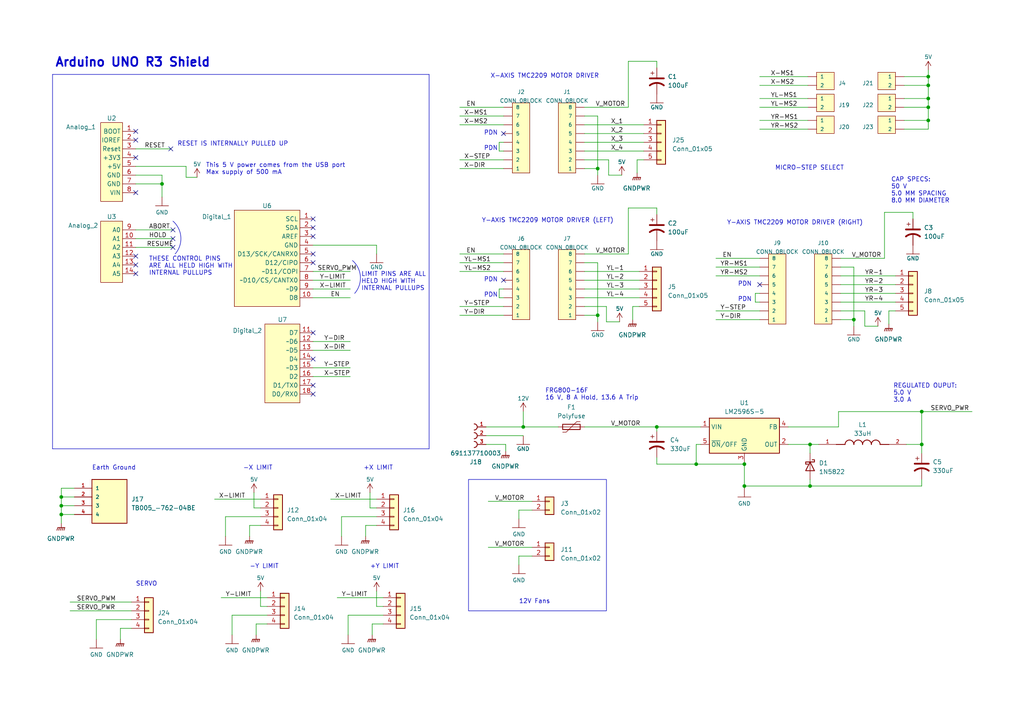
<source format=kicad_sch>
(kicad_sch (version 20230121) (generator eeschema)
  (paper "A4")
  (title_block (title "Pen Plotter Arduino Shield") (date "2023-07-13") (rev "1.0") (company "MStackoverflow"))
  (lib_symbols
    (symbol "691137710003:691137710003" (pin_names (offset 1.016))
      (property "Reference" "J" (at -5.08 3.81 0))
      (property "Value" "691137710003" (at -5.08 -6.35 0))
      (symbol "691137710003_0_0"
        (arc (start -4.191 -1.651) (mid -5.0762 -2.54) (end -4.191 -3.429) (stroke (width 0.254)))
        (arc (start -4.191 0.889) (mid -5.0762 0) (end -4.191 -0.889) (stroke (width 0.254)))
        (arc (start -4.191 3.429) (mid -5.0762 2.54) (end -4.191 1.651) (stroke (width 0.254)))
        (pin passive line (at -7.62 2.54 0) (length 2.54) (name "~") (number "1"))
        (pin passive line (at -7.62 0 0) (length 2.54) (name "~") (number "2"))
        (pin passive line (at -7.62 -2.54 0) (length 2.54) (name "~") (number "3"))
      )
    )
    (symbol "AIUR-06-330K:AIUR-06-330K" (pin_names (offset 1.016))
      (property "Reference" "L" (at -10.16 7.62 0))
      (property "Value" "AIUR-06-330K" (at -10.16 5.08 0))
      (symbol "AIUR-06-330K_0_0"
        (arc (start -2.54 0) (mid -3.81 1.2645) (end -5.08 0) (stroke (width 0.254)))
        (arc (start 0 0) (mid -1.27 1.2645) (end -2.54 0) (stroke (width 0.254)))
        (polyline (pts (xy -5.08 0) (xy -7.62 0)) (stroke (width 0.254)))
        (polyline (pts (xy 5.08 0) (xy 7.62 0)) (stroke (width 0.254)))
        (arc (start 2.54 0) (mid 1.27 1.2645) (end 0 0) (stroke (width 0.254)))
        (arc (start 5.08 0) (mid 3.81 1.2645) (end 2.54 0) (stroke (width 0.254)))
        (pin passive line (at -12.7 0 0) (length 5.08) (name "~") (number "1"))
        (pin passive line (at 12.7 0 180) (length 5.08) (name "~") (number "2"))
      )
    )
    (symbol "Connector_Arduino:Arduino_Header_Analog_1"
      (property "Reference" "U" (at -5.08 6.35 0))
      (property "Value" "Arduino_Header_Analog_1" (at -2.54 8.89 0))
      (symbol "Arduino_Header_Analog_1_0_1"
        (rectangle (start -6.35 5.08) (end 0 -17.78) (fill (type background)))
      )
      (symbol "Arduino_Header_Analog_1_1_1"
        (pin input line (at 3.81 2.54 180) (length 3.81) (name "BOOT") (number "1"))
        (pin power_out line (at 3.81 0 180) (length 3.81) (name "IOREF") (number "2"))
        (pin input line (at 3.81 -2.54 180) (length 3.81) (name "Reset") (number "3"))
        (pin power_out line (at 3.81 -5.08 180) (length 3.81) (name "+3V3") (number "4"))
        (pin power_out line (at 3.81 -7.62 180) (length 3.81) (name "+5V") (number "5"))
        (pin power_out line (at 3.81 -10.16 180) (length 3.81) (name "GND") (number "6"))
        (pin power_out line (at 3.81 -12.7 180) (length 3.81) (name "GND") (number "7"))
        (pin power_out line (at 3.81 -15.24 180) (length 3.81) (name "VIN") (number "8"))
      )
    )
    (symbol "Connector_Arduino:Arduino_Header_Analog_2"
      (property "Reference" "U" (at -5.08 6.35 0))
      (property "Value" "Arduino_Header_Analog_2" (at -2.54 8.89 0))
      (symbol "Arduino_Header_Analog_2_0_1"
        (rectangle (start -6.35 5.08) (end 0 -12.7) (fill (type background)))
      )
      (symbol "Arduino_Header_Analog_2_1_1"
        (pin bidirectional line (at 3.81 0 180) (length 3.81) (name "A1") (number "10"))
        (pin bidirectional line (at 3.81 -2.54 180) (length 3.81) (name "A2") (number "11"))
        (pin bidirectional line (at 3.81 -5.08 180) (length 3.81) (name "A3") (number "12"))
        (pin bidirectional line (at 3.81 -7.62 180) (length 3.81) (name "A4") (number "13"))
        (pin bidirectional line (at 3.81 -10.16 180) (length 3.81) (name "A5") (number "14"))
        (pin bidirectional line (at 3.81 2.54 180) (length 3.81) (name "A0") (number "9"))
      )
    )
    (symbol "Connector_Arduino:Arduino_Header_Digital_1"
      (property "Reference" "U" (at -5.08 6.35 0))
      (property "Value" "Arduino_Header_Digital_1" (at -2.54 8.89 0))
      (symbol "Arduino_Header_Digital_1_0_1"
        (rectangle (start -19.05 5.08) (end 0 -22.86) (fill (type background)))
      )
      (symbol "Arduino_Header_Digital_1_1_1"
        (pin bidirectional line (at 3.81 2.54 180) (length 3.81) (name "SCL") (number "1"))
        (pin bidirectional line (at 3.81 -20.32 180) (length 3.81) (name "D8") (number "10"))
        (pin bidirectional line (at 3.81 0 180) (length 3.81) (name "SDA") (number "2"))
        (pin output line (at 3.81 -2.54 180) (length 3.81) (name "AREF") (number "3"))
        (pin power_out line (at 3.81 -5.08 180) (length 3.81) (name "GND") (number "4"))
        (pin bidirectional line (at 3.81 -7.62 180) (length 3.81) (name "D13/SCK/CANRX0") (number "5"))
        (pin bidirectional line (at 3.81 -10.16 180) (length 3.81) (name "D12/CIPO") (number "6"))
        (pin bidirectional line (at 3.81 -12.7 180) (length 3.81) (name "~D11/COPI") (number "7"))
        (pin bidirectional line (at 3.81 -15.24 180) (length 3.81) (name "~D10/CS/CANTX0") (number "8"))
        (pin bidirectional line (at 3.81 -17.78 180) (length 3.81) (name "~D9") (number "9"))
      )
    )
    (symbol "Connector_Arduino:Arduino_Header_Digital_2"
      (property "Reference" "U" (at -5.08 6.35 0))
      (property "Value" "Arduino_Header_Digital_2" (at -2.54 8.89 0))
      (symbol "Arduino_Header_Digital_2_0_1"
        (rectangle (start -10.16 5.08) (end 0 -17.78) (fill (type background)))
      )
      (symbol "Arduino_Header_Digital_2_1_1"
        (pin bidirectional line (at 3.81 2.54 180) (length 3.81) (name "D7") (number "11"))
        (pin bidirectional line (at 3.81 0 180) (length 3.81) (name "~D6") (number "12"))
        (pin bidirectional line (at 3.81 -2.54 180) (length 3.81) (name "~D5") (number "13"))
        (pin bidirectional line (at 3.81 -5.08 180) (length 3.81) (name "D4") (number "14"))
        (pin bidirectional line (at 3.81 -7.62 180) (length 3.81) (name "~D3") (number "15"))
        (pin bidirectional line (at 3.81 -10.16 180) (length 3.81) (name "D2") (number "16"))
        (pin bidirectional line (at 3.81 -12.7 180) (length 3.81) (name "D1/TX0") (number "17"))
        (pin bidirectional line (at 3.81 -15.24 180) (length 3.81) (name "D0/RX0") (number "18"))
      )
    )
    (symbol "Connector_Generic:Conn_01x02" (pin_names (offset 1.016) hide)
      (property "Reference" "J" (at 0 2.54 0))
      (property "Value" "Conn_01x02" (at 0 -5.08 0))
      (symbol "Conn_01x02_1_1"
        (rectangle (start -1.27 -2.413) (end 0 -2.667) (stroke (width 0.1524)))
        (rectangle (start -1.27 0.127) (end 0 -0.127) (stroke (width 0.1524)))
        (rectangle (start -1.27 1.27) (end 1.27 -3.81) (stroke (width 0.254)) (fill (type background)))
        (pin passive line (at -5.08 0 0) (length 3.81) (name "Pin_1") (number "1"))
        (pin passive line (at -5.08 -2.54 0) (length 3.81) (name "Pin_2") (number "2"))
      )
    )
    (symbol "Connector_Generic:Conn_01x04" (pin_names (offset 1.016) hide)
      (property "Reference" "J" (at 0 5.08 0))
      (property "Value" "Conn_01x04" (at 0 -7.62 0))
      (symbol "Conn_01x04_1_1"
        (rectangle (start -1.27 -4.953) (end 0 -5.207) (stroke (width 0.1524)))
        (rectangle (start -1.27 -2.413) (end 0 -2.667) (stroke (width 0.1524)))
        (rectangle (start -1.27 0.127) (end 0 -0.127) (stroke (width 0.1524)))
        (rectangle (start -1.27 2.667) (end 0 2.413) (stroke (width 0.1524)))
        (rectangle (start -1.27 3.81) (end 1.27 -6.35) (stroke (width 0.254)) (fill (type background)))
        (pin passive line (at -5.08 2.54 0) (length 3.81) (name "Pin_1") (number "1"))
        (pin passive line (at -5.08 0 0) (length 3.81) (name "Pin_2") (number "2"))
        (pin passive line (at -5.08 -2.54 0) (length 3.81) (name "Pin_3") (number "3"))
        (pin passive line (at -5.08 -5.08 0) (length 3.81) (name "Pin_4") (number "4"))
      )
    )
    (symbol "Connector_Generic:Conn_01x05" (pin_names (offset 1.016) hide)
      (property "Reference" "J" (at 0 7.62 0))
      (property "Value" "Conn_01x05" (at 0 -7.62 0))
      (symbol "Conn_01x05_1_1"
        (rectangle (start -1.27 -4.953) (end 0 -5.207) (stroke (width 0.1524)))
        (rectangle (start -1.27 -2.413) (end 0 -2.667) (stroke (width 0.1524)))
        (rectangle (start -1.27 0.127) (end 0 -0.127) (stroke (width 0.1524)))
        (rectangle (start -1.27 2.667) (end 0 2.413) (stroke (width 0.1524)))
        (rectangle (start -1.27 5.207) (end 0 4.953) (stroke (width 0.1524)))
        (rectangle (start -1.27 6.35) (end 1.27 -6.35) (stroke (width 0.254)) (fill (type background)))
        (pin passive line (at -5.08 5.08 0) (length 3.81) (name "Pin_1") (number "1"))
        (pin passive line (at -5.08 2.54 0) (length 3.81) (name "Pin_2") (number "2"))
        (pin passive line (at -5.08 0 0) (length 3.81) (name "Pin_3") (number "3"))
        (pin passive line (at -5.08 -2.54 0) (length 3.81) (name "Pin_4") (number "4"))
        (pin passive line (at -5.08 -5.08 0) (length 3.81) (name "Pin_5") (number "5"))
      )
    )
    (symbol "Device:C_Polarized_US" (pin_numbers hide) (pin_names (offset 0.254) hide)
      (property "Reference" "C" (at 0.635 2.54 0))
      (property "Value" "C_Polarized_US" (at 0.635 -2.54 0))
      (symbol "C_Polarized_US_0_1"
        (polyline (pts (xy -2.032 0.762) (xy 2.032 0.762)) (stroke (width 0.508)))
        (polyline (pts (xy -1.778 2.286) (xy -0.762 2.286)))
        (polyline (pts (xy -1.27 1.778) (xy -1.27 2.794)))
        (arc (start 2.032 -1.27) (mid 0 -0.5572) (end -2.032 -1.27) (stroke (width 0.508)))
      )
      (symbol "C_Polarized_US_1_1"
        (pin passive line (at 0 3.81 270) (length 2.794) (name "~") (number "1"))
        (pin passive line (at 0 -3.81 90) (length 3.302) (name "~") (number "2"))
      )
    )
    (symbol "Device:Polyfuse" (pin_numbers hide) (pin_names (offset 0))
      (property "Reference" "F" (at -2.54 0 90))
      (property "Value" "Polyfuse" (at 2.54 0 90))
      (symbol "Polyfuse_0_1"
        (rectangle (start -0.762 2.54) (end 0.762 -2.54) (stroke (width 0.254)))
        (polyline (pts (xy 0 2.54) (xy 0 -2.54)))
        (polyline (pts (xy -1.524 2.54) (xy -1.524 1.524) (xy 1.524 -1.524) (xy 1.524 -2.54)))
      )
      (symbol "Polyfuse_1_1"
        (pin passive line (at 0 3.81 270) (length 1.27) (name "~") (number "1"))
        (pin passive line (at 0 -3.81 90) (length 1.27) (name "~") (number "2"))
      )
    )
    (symbol "Diode:1N5822" (pin_numbers hide) (pin_names (offset 1.016) hide)
      (property "Reference" "D" (at 0 2.54 0))
      (property "Value" "1N5822" (at 0 -2.54 0))
      (symbol "1N5822_0_1"
        (polyline (pts (xy 1.27 0) (xy -1.27 0)))
        (polyline (pts (xy 1.27 1.27) (xy 1.27 -1.27) (xy -1.27 0) (xy 1.27 1.27)) (stroke (width 0.254)))
        (polyline (pts (xy -1.905 0.635) (xy -1.905 1.27) (xy -1.27 1.27) (xy -1.27 -1.27) (xy -0.635 -1.27) (xy -0.635 -0.635)) (stroke (width 0.254)))
      )
      (symbol "1N5822_1_1"
        (pin passive line (at -3.81 0 0) (length 2.54) (name "K") (number "1"))
        (pin passive line (at 3.81 0 180) (length 2.54) (name "A") (number "2"))
      )
    )
    (symbol "Regulator_Switching:LM2596S-5"
      (property "Reference" "U" (at -10.16 6.35 0))
      (property "Value" "LM2596S-5" (at 0 6.35 0))
      (symbol "LM2596S-5_0_1"
        (rectangle (start -10.16 5.08) (end 10.16 -5.08) (stroke (width 0.254)) (fill (type background)))
      )
      (symbol "LM2596S-5_1_1"
        (pin power_in line (at -12.7 2.54 0) (length 2.54) (name "VIN") (number "1"))
        (pin output line (at 12.7 -2.54 180) (length 2.54) (name "OUT") (number "2"))
        (pin power_in line (at 0 -7.62 90) (length 2.54) (name "GND") (number "3"))
        (pin input line (at 12.7 2.54 180) (length 2.54) (name "FB") (number "4"))
        (pin input line (at -12.7 -2.54 0) (length 2.54) (name "~{ON}/OFF") (number "5"))
      )
    )
    (symbol "SparkFun-Connectors:CONN_02LOCK" (pin_numbers hide) (pin_names (offset 1.016))
      (property "Reference" "J" (at -5.08 5.08 0))
      (property "Value" "CONN_02LOCK" (at -5.08 -3.81 0))
      (property "Field4" "XXX-00000" (at 0 8.89 0))
      (symbol "CONN_02LOCK_1_0"
        (rectangle (start 0 -1.27) (end -5.08 3.81) (fill (type background)))
      )
      (symbol "CONN_02LOCK_1_1"
        (pin passive line (at 2.54 0 180) (length 2.54) (name "1") (number "1"))
        (pin passive line (at 2.54 2.54 180) (length 2.54) (name "2") (number "2"))
      )
    )
    (symbol "SparkFun-Connectors:CONN_08LOCK" (pin_numbers hide) (pin_names (offset 1.016))
      (property "Reference" "J" (at -5.08 20.32 0))
      (property "Value" "CONN_08LOCK" (at -5.08 -3.81 0))
      (property "Field4" "XXX-00000" (at 0 24.13 0))
      (symbol "CONN_08LOCK_0_1"
        (rectangle (start 0 -1.27) (end -5.08 19.05) (fill (type background)))
      )
      (symbol "CONN_08LOCK_1_1"
        (pin passive line (at 2.54 0 180) (length 2.54) (name "1") (number "1"))
        (pin passive line (at 2.54 2.54 180) (length 2.54) (name "2") (number "2"))
        (pin passive line (at 2.54 5.08 180) (length 2.54) (name "3") (number "3"))
        (pin passive line (at 2.54 7.62 180) (length 2.54) (name "4") (number "4"))
        (pin passive line (at 2.54 10.16 180) (length 2.54) (name "5") (number "5"))
        (pin passive line (at 2.54 12.7 180) (length 2.54) (name "6") (number "6"))
        (pin passive line (at 2.54 15.24 180) (length 2.54) (name "7") (number "7"))
        (pin passive line (at 2.54 17.78 180) (length 2.54) (name "8") (number "8"))
      )
    )
    (symbol "SparkFun-PowerSymbols:12V" (power) (pin_numbers hide) (pin_names (offset 1.016) hide)
      (property "Value" "12V" (at -1.27 3.81 0))
      (property "Footprint" "XXX-00000" (at 0 6.35 0))
      (symbol "12V_1_0"
        (polyline (pts (xy 0 0) (xy 0 2.54)))
        (polyline (pts (xy 0 2.54) (xy -0.762 1.27)))
        (polyline (pts (xy 0.762 1.27) (xy 0 2.54)))
      )
      (symbol "12V_1_1"
        (pin power_in line (at 0 0 90) (length 0) hide (name "12V") (number "~"))
      )
    )
    (symbol "SparkFun-PowerSymbols:5V" (power) (pin_numbers hide) (pin_names (offset 1.016) hide)
      (property "Value" "5V" (at -1.27 3.81 0))
      (property "Footprint" "XXX-00000" (at 0 7.62 0))
      (symbol "5V_1_0"
        (polyline (pts (xy 0 0) (xy 0 2.54)))
        (polyline (pts (xy 0 2.54) (xy -0.762 1.27)))
        (polyline (pts (xy 0.762 1.27) (xy 0 2.54)))
      )
      (symbol "5V_1_1"
        (pin power_in line (at 0 0 90) (length 0) hide (name "5V") (number "~"))
      )
    )
    (symbol "SparkFun-PowerSymbols:GND" (power) (pin_numbers hide) (pin_names (offset 1.016) hide)
      (property "Value" "GND" (at -1.778 -5.08 0))
      (symbol "GND_1_0"
        (polyline (pts (xy -1.905 -2.54) (xy 1.905 -2.54)))
        (polyline (pts (xy 0 0) (xy 0 -2.54)))
      )
      (symbol "GND_1_1"
        (pin power_in line (at 0 0 270) (length 0) hide (name "GND") (number "~"))
      )
    )
    (symbol "TB005_-762-04BE:TB005_-762-04BE" (pin_names (offset 1.016))
      (property "Reference" "J" (at -5.58 7.62 0))
      (property "Value" "TB005_-762-04BE" (at -5.08 -7.62 0))
      (symbol "TB005_-762-04BE_0_0"
        (rectangle (start -5.08 -5.08) (end 5.08 7.62) (stroke (width 0.254)) (fill (type background)))
        (pin passive line (at -10.16 5.08 0) (length 5.08) (name "1") (number "1"))
        (pin passive line (at -10.16 2.54 0) (length 5.08) (name "2") (number "2"))
        (pin passive line (at -10.16 0 0) (length 5.08) (name "3") (number "3"))
        (pin passive line (at -10.16 -2.54 0) (length 5.08) (name "4") (number "4"))
      )
    )
    (symbol "power:GNDPWR" (power) (pin_names (offset 0))
      (property "Value" "GNDPWR" (at 0 -3.302 0))
      (symbol "GNDPWR_0_1"
        (polyline (pts (xy 0 -1.27) (xy 0 0)))
        (polyline (pts (xy -1.016 -1.27) (xy -1.27 -2.032) (xy -1.27 -2.032)) (stroke (width 0.2032)))
        (polyline (pts (xy -0.508 -1.27) (xy -0.762 -2.032) (xy -0.762 -2.032)) (stroke (width 0.2032)))
        (polyline (pts (xy 0 -1.27) (xy -0.254 -2.032) (xy -0.254 -2.032)) (stroke (width 0.2032)))
        (polyline (pts (xy 0.508 -1.27) (xy 0.254 -2.032) (xy 0.254 -2.032)) (stroke (width 0.2032)))
        (polyline (pts (xy 1.016 -1.27) (xy -1.016 -1.27) (xy -1.016 -1.27)) (stroke (width 0.2032)))
        (polyline (pts (xy 1.016 -1.27) (xy 0.762 -2.032) (xy 0.762 -2.032) (xy 0.762 -2.032)) (stroke (width 0.2032)))
      )
      (symbol "GNDPWR_1_1"
        (pin power_in line (at 0 0 270) (length 0) hide (name "GNDPWR") (number "1"))
      )
    )
  )
  (junction (at 151.765 123.825))
  (junction (at 267.335 119.38))
  (junction (at 173.355 91.44))
  (junction (at 269.24 31.115))
  (junction (at 215.9 134.62))
  (junction (at 215.9 140.97))
  (junction (at 269.24 28.575))
  (junction (at 234.95 140.97))
  (junction (at 17.78 146.685))
  (junction (at 267.335 128.905))
  (junction (at 190.5 123.825))
  (junction (at 17.78 144.145))
  (junction (at 234.95 128.905))
  (junction (at 173.355 48.895))
  (junction (at 269.24 24.765))
  (junction (at 46.99 53.34))
  (junction (at 269.24 34.925))
  (junction (at 17.78 149.225))
  (junction (at 269.24 22.225))
  (junction (at 247.65 92.71))
  (junction (at 201.93 134.62))
  (no_connect (at 50.165 71.755))
  (no_connect (at 90.805 104.14))
  (no_connect (at 90.805 66.04))
  (no_connect (at 50.165 66.675))
  (no_connect (at 39.37 40.64))
  (no_connect (at 39.37 45.72))
  (no_connect (at 220.345 82.55))
  (no_connect (at 90.805 63.5))
  (no_connect (at 146.05 38.735))
  (no_connect (at 90.805 68.58))
  (no_connect (at 90.805 111.76))
  (no_connect (at 39.37 79.375))
  (no_connect (at 90.805 76.2))
  (no_connect (at 39.37 74.295))
  (no_connect (at 90.805 73.66))
  (no_connect (at 39.37 55.88))
  (no_connect (at 50.165 69.215))
  (no_connect (at 49.53 43.18))
  (no_connect (at 90.805 114.3))
  (no_connect (at 146.05 81.28))
  (no_connect (at 39.37 76.835))
  (no_connect (at 90.805 96.52))
  (no_connect (at 39.37 38.1))
  (wire (pts (xy 184.785 46.355) (xy 184.785 50.165)))
  (polyline (pts (xy 15.24 21.59) (xy 124.46 21.59)))
  (wire (pts (xy 146.05 41.275) (xy 144.78 41.275)))
  (wire (pts (xy 169.545 36.195) (xy 186.69 36.195)))
  (wire (pts (xy 97.79 173.355) (xy 111.125 173.355)))
  (wire (pts (xy 133.35 73.66) (xy 146.05 73.66)))
  (wire (pts (xy 39.37 69.215) (xy 50.165 69.215)))
  (wire (pts (xy 243.205 119.38) (xy 267.335 119.38)))
  (wire (pts (xy 190.5 62.23) (xy 190.5 60.325)))
  (wire (pts (xy 17.78 144.145) (xy 21.59 144.145)))
  (wire (pts (xy 57.15 51.435) (xy 53.975 51.435)))
  (wire (pts (xy 234.95 140.97) (xy 215.9 140.97)))
  (wire (pts (xy 144.78 86.36) (xy 146.05 86.36)))
  (wire (pts (xy 220.345 24.765) (xy 234.315 24.765)))
  (wire (pts (xy 144.78 41.275) (xy 144.78 43.815)))
  (wire (pts (xy 256.54 61.595) (xy 256.54 74.93)))
  (wire (pts (xy 254.635 94.615) (xy 250.825 94.615)))
  (wire (pts (xy 262.255 28.575) (xy 269.24 28.575)))
  (wire (pts (xy 215.9 134.62) (xy 215.9 140.97)))
  (wire (pts (xy 176.53 46.355) (xy 176.53 50.8)))
  (wire (pts (xy 185.42 88.9) (xy 183.515 88.9)))
  (wire (pts (xy 20.32 177.165) (xy 38.1 177.165)))
  (wire (pts (xy 190.5 123.825) (xy 203.2 123.825)))
  (wire (pts (xy 243.84 92.71) (xy 247.65 92.71)))
  (wire (pts (xy 269.24 22.225) (xy 269.24 24.765)))
  (wire (pts (xy 220.345 31.115) (xy 234.315 31.115)))
  (wire (pts (xy 144.78 43.815) (xy 146.05 43.815)))
  (wire (pts (xy 219.075 87.63) (xy 220.345 87.63)))
  (wire (pts (xy 17.78 149.225) (xy 21.59 149.225)))
  (wire (pts (xy 267.335 128.905) (xy 267.335 131.445)))
  (wire (pts (xy 207.645 80.01) (xy 220.345 80.01)))
  (wire (pts (xy 133.35 46.355) (xy 146.05 46.355)))
  (wire (pts (xy 90.805 86.36) (xy 101.6 86.36)))
  (wire (pts (xy 203.2 128.905) (xy 201.93 128.905)))
  (wire (pts (xy 169.545 43.815) (xy 186.69 43.815)))
  (wire (pts (xy 46.99 50.8) (xy 46.99 53.34)))
  (wire (pts (xy 99.06 149.86) (xy 109.22 149.86)))
  (wire (pts (xy 77.47 175.895) (xy 75.565 175.895)))
  (wire (pts (xy 243.84 90.17) (xy 250.825 90.17)))
  (wire (pts (xy 173.355 48.895) (xy 173.355 50.8)))
  (wire (pts (xy 269.24 31.115) (xy 269.24 34.925)))
  (wire (pts (xy 100.965 178.435) (xy 111.125 178.435)))
  (wire (pts (xy 140.97 126.365) (xy 151.765 126.365)))
  (wire (pts (xy 133.35 91.44) (xy 146.05 91.44)))
  (wire (pts (xy 219.075 85.09) (xy 219.075 87.63)))
  (wire (pts (xy 169.545 46.355) (xy 176.53 46.355)))
  (wire (pts (xy 169.545 78.74) (xy 185.42 78.74)))
  (wire (pts (xy 234.95 128.905) (xy 234.95 131.445)))
  (wire (pts (xy 133.35 36.195) (xy 146.05 36.195)))
  (wire (pts (xy 215.9 133.985) (xy 215.9 134.62)))
  (wire (pts (xy 220.345 34.925) (xy 234.315 34.925)))
  (wire (pts (xy 220.345 28.575) (xy 234.315 28.575)))
  (wire (pts (xy 269.24 24.765) (xy 262.255 24.765)))
  (wire (pts (xy 75.565 175.895) (xy 75.565 171.45)))
  (wire (pts (xy 100.965 184.15) (xy 100.965 178.435)))
  (wire (pts (xy 90.805 106.68) (xy 101.6 106.68)))
  (wire (pts (xy 228.6 123.825) (xy 243.205 123.825)))
  (wire (pts (xy 144.78 83.82) (xy 144.78 86.36)))
  (polyline (pts (xy 124.46 21.59) (xy 124.46 130.175)))
  (wire (pts (xy 133.35 33.655) (xy 146.05 33.655)))
  (wire (pts (xy 207.645 74.93) (xy 220.345 74.93)))
  (wire (pts (xy 17.78 149.225) (xy 17.78 151.765)))
  (wire (pts (xy 267.335 119.38) (xy 267.335 128.905)))
  (wire (pts (xy 72.39 152.4) (xy 75.565 152.4)))
  (wire (pts (xy 90.805 101.6) (xy 101.6 101.6)))
  (wire (pts (xy 39.37 43.18) (xy 49.53 43.18)))
  (polyline (pts (xy 15.24 130.175) (xy 15.24 21.59)))
  (wire (pts (xy 150.495 161.29) (xy 154.305 161.29)))
  (wire (pts (xy 74.295 180.975) (xy 77.47 180.975)))
  (wire (pts (xy 46.99 53.34) (xy 46.99 57.15)))
  (wire (pts (xy 109.22 175.895) (xy 109.22 171.45)))
  (wire (pts (xy 182.245 17.78) (xy 182.245 31.115)))
  (wire (pts (xy 90.805 99.06) (xy 101.6 99.06)))
  (wire (pts (xy 243.205 123.825) (xy 243.205 119.38)))
  (wire (pts (xy 133.35 88.9) (xy 146.05 88.9)))
  (wire (pts (xy 182.245 60.325) (xy 182.245 73.66)))
  (wire (pts (xy 173.355 91.44) (xy 173.355 93.345)))
  (wire (pts (xy 53.975 51.435) (xy 53.975 48.26)))
  (wire (pts (xy 133.35 78.74) (xy 146.05 78.74)))
  (wire (pts (xy 140.97 128.905) (xy 146.685 128.905)))
  (wire (pts (xy 169.545 33.655) (xy 173.355 33.655)))
  (wire (pts (xy 220.345 37.465) (xy 234.315 37.465)))
  (wire (pts (xy 186.69 46.355) (xy 184.785 46.355)))
  (wire (pts (xy 247.65 92.71) (xy 247.65 94.615)))
  (wire (pts (xy 262.255 34.925) (xy 269.24 34.925)))
  (wire (pts (xy 72.39 155.575) (xy 72.39 152.4)))
  (wire (pts (xy 17.78 146.685) (xy 17.78 149.225)))
  (wire (pts (xy 74.295 184.15) (xy 74.295 180.975)))
  (wire (pts (xy 259.715 90.17) (xy 257.81 90.17)))
  (wire (pts (xy 262.89 128.905) (xy 267.335 128.905)))
  (wire (pts (xy 17.78 141.605) (xy 17.78 144.145)))
  (wire (pts (xy 67.31 178.435) (xy 77.47 178.435)))
  (wire (pts (xy 220.345 22.225) (xy 234.315 22.225)))
  (wire (pts (xy 190.5 123.825) (xy 190.5 125.095)))
  (wire (pts (xy 201.93 128.905) (xy 201.93 134.62)))
  (wire (pts (xy 90.805 83.82) (xy 101.6 83.82)))
  (wire (pts (xy 264.795 63.5) (xy 264.795 61.595)))
  (wire (pts (xy 34.925 185.42) (xy 34.925 182.245)))
  (wire (pts (xy 99.06 155.575) (xy 99.06 149.86)))
  (wire (pts (xy 207.645 77.47) (xy 220.345 77.47)))
  (wire (pts (xy 39.37 50.8) (xy 46.99 50.8)))
  (wire (pts (xy 228.6 128.905) (xy 234.95 128.905)))
  (wire (pts (xy 267.335 139.065) (xy 267.335 140.97)))
  (wire (pts (xy 90.805 78.74) (xy 101.6 78.74)))
  (wire (pts (xy 62.23 144.78) (xy 75.565 144.78)))
  (wire (pts (xy 190.5 19.685) (xy 190.5 17.78)))
  (wire (pts (xy 179.705 93.345) (xy 175.895 93.345)))
  (wire (pts (xy 27.94 179.705) (xy 38.1 179.705)))
  (wire (pts (xy 190.5 17.78) (xy 182.245 17.78)))
  (wire (pts (xy 173.355 76.2) (xy 173.355 91.44)))
  (wire (pts (xy 234.95 139.065) (xy 234.95 140.97)))
  (wire (pts (xy 190.5 134.62) (xy 201.93 134.62)))
  (wire (pts (xy 234.95 128.905) (xy 237.49 128.905)))
  (wire (pts (xy 220.345 85.09) (xy 219.075 85.09)))
  (wire (pts (xy 107.315 147.32) (xy 107.315 142.875)))
  (wire (pts (xy 140.97 123.825) (xy 151.765 123.825)))
  (wire (pts (xy 109.22 147.32) (xy 107.315 147.32)))
  (polyline (pts (xy 124.46 130.175) (xy 15.24 130.175)))
  (wire (pts (xy 150.495 147.955) (xy 154.305 147.955)))
  (wire (pts (xy 75.565 147.32) (xy 73.66 147.32)))
  (wire (pts (xy 207.645 90.17) (xy 220.345 90.17)))
  (wire (pts (xy 111.125 175.895) (xy 109.22 175.895)))
  (wire (pts (xy 65.405 155.575) (xy 65.405 149.86)))
  (wire (pts (xy 169.545 81.28) (xy 185.42 81.28)))
  (wire (pts (xy 269.24 28.575) (xy 269.24 31.115)))
  (wire (pts (xy 39.37 71.755) (xy 50.165 71.755)))
  (wire (pts (xy 169.545 91.44) (xy 173.355 91.44)))
  (wire (pts (xy 215.9 140.97) (xy 215.9 141.605)))
  (wire (pts (xy 107.95 184.15) (xy 107.95 180.975)))
  (wire (pts (xy 169.545 31.115) (xy 182.245 31.115)))
  (wire (pts (xy 20.32 174.625) (xy 38.1 174.625)))
  (wire (pts (xy 180.34 50.8) (xy 176.53 50.8)))
  (wire (pts (xy 183.515 88.9) (xy 183.515 92.71)))
  (wire (pts (xy 21.59 141.605) (xy 17.78 141.605)))
  (wire (pts (xy 106.045 155.575) (xy 106.045 152.4)))
  (wire (pts (xy 151.765 119.38) (xy 151.765 123.825)))
  (wire (pts (xy 169.545 76.2) (xy 173.355 76.2)))
  (wire (pts (xy 141.605 158.75) (xy 154.305 158.75)))
  (wire (pts (xy 207.645 92.71) (xy 220.345 92.71)))
  (wire (pts (xy 90.805 71.12) (xy 109.22 71.12)))
  (wire (pts (xy 267.335 119.38) (xy 281.94 119.38)))
  (wire (pts (xy 262.255 37.465) (xy 269.24 37.465)))
  (wire (pts (xy 133.35 76.2) (xy 146.05 76.2)))
  (wire (pts (xy 17.78 146.685) (xy 21.59 146.685)))
  (wire (pts (xy 95.885 144.78) (xy 109.22 144.78)))
  (wire (pts (xy 257.81 90.17) (xy 257.81 93.98)))
  (wire (pts (xy 175.895 88.9) (xy 175.895 93.345)))
  (wire (pts (xy 243.84 80.01) (xy 259.715 80.01)))
  (wire (pts (xy 17.78 144.145) (xy 17.78 146.685)))
  (wire (pts (xy 150.495 150.495) (xy 150.495 147.955)))
  (wire (pts (xy 243.84 85.09) (xy 259.715 85.09)))
  (wire (pts (xy 264.795 61.595) (xy 256.54 61.595)))
  (wire (pts (xy 262.255 31.115) (xy 269.24 31.115)))
  (wire (pts (xy 133.35 31.115) (xy 146.05 31.115)))
  (wire (pts (xy 109.22 71.12) (xy 109.22 73.66)))
  (wire (pts (xy 243.84 87.63) (xy 259.715 87.63)))
  (wire (pts (xy 141.605 145.415) (xy 154.305 145.415)))
  (wire (pts (xy 146.05 83.82) (xy 144.78 83.82)))
  (wire (pts (xy 269.24 28.575) (xy 269.24 24.765)))
  (wire (pts (xy 243.84 82.55) (xy 259.715 82.55)))
  (wire (pts (xy 169.545 83.82) (xy 185.42 83.82)))
  (wire (pts (xy 169.545 48.895) (xy 173.355 48.895)))
  (wire (pts (xy 34.925 182.245) (xy 38.1 182.245)))
  (wire (pts (xy 73.66 147.32) (xy 73.66 142.875)))
  (wire (pts (xy 146.685 128.905) (xy 146.685 130.81)))
  (wire (pts (xy 243.84 77.47) (xy 247.65 77.47)))
  (wire (pts (xy 243.84 74.93) (xy 256.54 74.93)))
  (wire (pts (xy 65.405 149.86) (xy 75.565 149.86)))
  (wire (pts (xy 169.545 73.66) (xy 182.245 73.66)))
  (wire (pts (xy 107.95 180.975) (xy 111.125 180.975)))
  (wire (pts (xy 161.925 123.825) (xy 151.765 123.825)))
  (wire (pts (xy 90.805 109.22) (xy 101.6 109.22)))
  (wire (pts (xy 267.335 140.97) (xy 234.95 140.97)))
  (wire (pts (xy 150.495 163.83) (xy 150.495 161.29)))
  (wire (pts (xy 201.93 134.62) (xy 215.9 134.62)))
  (wire (pts (xy 27.94 185.42) (xy 27.94 179.705)))
  (wire (pts (xy 169.545 41.275) (xy 186.69 41.275)))
  (wire (pts (xy 250.825 90.17) (xy 250.825 94.615)))
  (wire (pts (xy 190.5 60.325) (xy 182.245 60.325)))
  (wire (pts (xy 169.545 38.735) (xy 186.69 38.735)))
  (wire (pts (xy 67.31 184.15) (xy 67.31 178.435)))
  (wire (pts (xy 64.135 173.355) (xy 77.47 173.355)))
  (wire (pts (xy 269.24 22.225) (xy 262.255 22.225)))
  (wire (pts (xy 269.24 37.465) (xy 269.24 34.925)))
  (wire (pts (xy 169.545 88.9) (xy 175.895 88.9)))
  (wire (pts (xy 39.37 53.34) (xy 46.99 53.34)))
  (wire (pts (xy 190.5 132.715) (xy 190.5 134.62)))
  (wire (pts (xy 169.545 86.36) (xy 185.42 86.36)))
  (wire (pts (xy 169.545 123.825) (xy 190.5 123.825)))
  (wire (pts (xy 39.37 48.26) (xy 53.975 48.26)))
  (wire (pts (xy 133.35 48.895) (xy 146.05 48.895)))
  (wire (pts (xy 173.355 33.655) (xy 173.355 48.895)))
  (wire (pts (xy 106.045 152.4) (xy 109.22 152.4)))
  (wire (pts (xy 269.24 20.32) (xy 269.24 22.225)))
  (wire (pts (xy 247.65 77.47) (xy 247.65 92.71)))
  (wire (pts (xy 90.805 81.28) (xy 101.6 81.28)))
  (wire (pts (xy 39.37 66.675) (xy 50.165 66.675)))
  (arc (start 50.166 64.135) (mid 52.4559 68.766) (end 50.801 73.66))
  (rectangle (start 135.89 139.065) (end 175.895 177.165))
  (arc (start 102.235 75.565) (mid 104.5248 80.196) (end 102.87 85.09))
  (text "THESE CONTROL PINS\nARE ALL HELD HIGH WITH \nINTERNAL PULLUPS" (at 43.18 80.01 0) (effects (font (size 1.27 1.27)) (justify left bottom)))
  (text "RESET IS INTERNALLY PULLED UP" (at 51.435 42.545 0) (effects (font (size 1.27 1.27)) (justify left bottom)))
  (text "+X LIMIT" (at 105.41 136.525 0) (effects (font (size 1.27 1.27)) (justify left bottom)))
  (text "Y-AXIS TMC2209 MOTOR DRIVER (RIGHT)" (at 210.82 65.405 0) (effects (font (size 1.27 1.27)) (justify left bottom)))
  (text "FRG800-16F\n16 V, 8 A Hold, 13.6 A Trip" (at 158.115 116.205 0) (effects (font (size 1.27 1.27)) (justify left bottom)))
  (text "-X LIMIT" (at 70.485 136.525 0) (effects (font (size 1.27 1.27)) (justify left bottom)))
  (text "X-AXIS TMC2209 MOTOR DRIVER" (at 142.24 22.86 0) (effects (font (size 1.27 1.27)) (justify left bottom)))
  (text "Arduino UNO R3 Shield" (at 15.875 19.685 0) (effects (font (size 2.54 2.54) (thickness 0.508) bold) (justify left bottom)))
  (text "REGULATED OUPUT:\n5.0 V\n3.0 A" (at 259.08 116.84 0) (effects (font (size 1.27 1.27)) (justify left bottom)))
  (text "This 5 V power comes from the USB port\nMax supply of 500 mA" (at 59.69 50.8 0) (effects (font (size 1.27 1.27)) (justify left bottom)))
  (text "+Y LIMIT" (at 107.315 165.1 0) (effects (font (size 1.27 1.27)) (justify left bottom)))
  (text "12V Fans" (at 150.495 175.26 0) (effects (font (size 1.27 1.27)) (justify left bottom)))
  (text "PDN" (at 140.335 43.815 0) (effects (font (size 1.27 1.27)) (justify left bottom)))
  (text "PDN" (at 140.335 39.37 0) (effects (font (size 1.27 1.27)) (justify left bottom)))
  (text "CAP SPECS:\n50 V\n5.0 MM SPACING\n8.0 MM DIAMETER\n" (at 258.445 59.055 0) (effects (font (size 1.27 1.27)) (justify left bottom)))
  (text "Earth Ground" (at 26.67 136.525 0) (effects (font (size 1.27 1.27)) (justify left bottom)))
  (text "PDN" (at 213.995 83.185 0) (effects (font (size 1.27 1.27)) (justify left bottom)))
  (text "MICRO-STEP SELECT" (at 224.79 49.53 0) (effects (font (size 1.27 1.27)) (justify left bottom)))
  (text "PDN" (at 140.335 86.36 0) (effects (font (size 1.27 1.27)) (justify left bottom)))
  (text "PDN" (at 213.995 87.63 0) (effects (font (size 1.27 1.27)) (justify left bottom)))
  (text "Y-AXIS TMC2209 MOTOR DRIVER (LEFT)" (at 139.7 64.77 0) (effects (font (size 1.27 1.27)) (justify left bottom)))
  (text "SERVO" (at 39.37 170.18 0) (effects (font (size 1.27 1.27)) (justify left bottom)))
  (text "PDN" (at 140.335 81.915 0) (effects (font (size 1.27 1.27)) (justify left bottom)))
  (text "-Y LIMIT" (at 72.39 165.1 0) (effects (font (size 1.27 1.27)) (justify left bottom)))
  (text "LIMIT PINS ARE ALL\nHELD HIGH WITH \nINTERNAL PULLUPS" (at 104.775 84.455 0) (effects (font (size 1.27 1.27)) (justify left bottom)))
  (label "EN" (at 135.255 73.66 0))
  (label "YL-MS1" (at 223.52 28.575 0))
  (label "SERVO_PWM" (at 22.225 174.625 0))
  (label "SERVO_PWR" (at 269.875 119.38 0))
  (label "YR-MS2" (at 208.915 80.01 0))
  (label "X-MS2" (at 134.62 36.195 0))
  (label "X-MS1" (at 134.62 33.655 0))
  (label "EN" (at 209.55 74.93 0))
  (label "ABORT" (at 43.18 66.675 0))
  (label "YR-MS2" (at 223.52 37.465 0))
  (label "YR-3" (at 250.825 85.09 0))
  (label "X-LIMIT" (at 97.155 144.78 0))
  (label "V_MOTOR" (at 247.015 74.93 0))
  (label "X_3" (at 177.165 41.275 0))
  (label "SERVO_PWM" (at 92.075 78.74 0))
  (label "X_4" (at 177.165 43.815 0))
  (label "X-STEP" (at 134.62 46.355 0))
  (label "YL-MS1" (at 134.62 76.2 0))
  (label "X_1" (at 177.165 36.195 0))
  (label "Y-DIR" (at 208.915 92.71 0))
  (label "Y-LIMIT" (at 92.71 81.28 0))
  (label "X-LIMIT" (at 92.71 83.82 0))
  (label "SERVO_PWR" (at 22.225 177.165 0))
  (label "YR-MS1" (at 208.915 77.47 0))
  (label "X-DIR" (at 93.98 101.6 0))
  (label "V_MOTOR" (at 143.51 145.415 0))
  (label "YL-3" (at 175.895 83.82 0))
  (label "Y-STEP" (at 208.915 90.17 0))
  (label "EN" (at 135.255 31.115 0))
  (label "YL-1" (at 175.895 78.74 0))
  (label "YL-2" (at 175.895 81.28 0))
  (label "Y-LIMIT" (at 99.06 173.355 0))
  (label "RESET" (at 41.91 43.18 0))
  (label "Y-DIR" (at 93.98 99.06 0))
  (label "Y-STEP" (at 134.62 88.9 0))
  (label "V_MOTOR" (at 143.51 158.75 0))
  (label "X-MS2" (at 223.52 24.765 0))
  (label "V_MOTOR" (at 172.72 31.115 0))
  (label "X-MS1" (at 223.52 22.225 0))
  (label "V_MOTOR" (at 177.165 123.825 0))
  (label "X-DIR" (at 134.62 48.895 0))
  (label "X_2" (at 177.165 38.735 0))
  (label "YL-MS2" (at 223.52 31.115 0))
  (label "YR-2" (at 250.825 82.55 0))
  (label "YL-MS2" (at 134.62 78.74 0))
  (label "YR-MS1" (at 223.52 34.925 0))
  (label "YR-1" (at 250.825 80.01 0))
  (label "EN" (at 95.885 86.36 0))
  (label "YL-4" (at 175.895 86.36 0))
  (label "X-LIMIT" (at 63.5 144.78 0))
  (label "V_MOTOR" (at 172.72 73.66 0))
  (label "Y-DIR" (at 134.62 91.44 0))
  (label "X-STEP" (at 93.98 109.22 0))
  (label "Y-STEP" (at 93.98 106.68 0))
  (label "Y-LIMIT" (at 65.405 173.355 0))
  (label "HOLD" (at 43.18 69.215 0))
  (label "RESUME" (at 42.545 71.755 0))
  (label "YR-4" (at 250.825 87.63 0))
  (symbol (lib_id "SparkFun-PowerSymbols:GND") (at 215.9 141.605 0) (unit 1)
    (property "Reference" "#GND017" (effects hide))
    (property "Value" "GND" (at 215.9 146.05 0) (effects (font (size 1.143 1.143))))
  )
  (symbol (lib_id "SparkFun-Connectors:CONN_02LOCK") (at 259.715 22.225 0) (mirror x) (unit 1)
    (property "Reference" "J21" (at 253.365 24.13 0) (effects (font (size 1.143 1.143)) (justify right)))
    (property "Value" "CONN_02LOCK" (effects hide))
    (property "Footprint" "Connectors:1X02_LOCK" (effects hide))
  )
  (symbol (lib_id "SparkFun-Connectors:CONN_02LOCK") (at 259.715 34.925 0) (mirror x) (unit 1)
    (property "Reference" "J23" (at 253.365 36.83 0) (effects (font (size 1.143 1.143)) (justify right)))
    (property "Value" "CONN_02LOCK" (effects hide))
    (property "Footprint" "Connectors:1X02_LOCK" (effects hide))
  )
  (symbol (lib_id "Device:C_Polarized_US") (at 267.335 135.255 0) (unit 1)
    (property "Reference" "C5" (at 270.51 133.985 0) (effects (justify left)))
    (property "Value" "330uF" (at 270.51 136.525 0) (effects (justify left)))
    (property "Footprint" "Capacitors:CPOL-RADIAL-5MM-10MM" (effects hide))
  )
  (symbol (lib_id "power:GNDPWR") (at 146.685 130.81 0) (unit 1)
    (property "Reference" "#PWR010" (effects hide))
    (property "Value" "GNDPWR" (at 146.558 135.255 0))
  )
  (symbol (lib_id "SparkFun-PowerSymbols:GND") (at 173.355 50.8 0) (unit 1)
    (property "Reference" "#GND03" (effects hide))
    (property "Value" "GND" (at 173.355 54.61 0) (effects (font (size 1.143 1.143))))
  )
  (symbol (lib_id "SparkFun-PowerSymbols:GND") (at 99.06 155.575 0) (unit 1)
    (property "Reference" "#GND010" (effects hide))
    (property "Value" "GND" (at 99.06 160.02 0) (effects (font (size 1.143 1.143))))
  )
  (symbol (lib_id "Device:C_Polarized_US") (at 190.5 23.495 0) (unit 1)
    (property "Reference" "C1" (at 193.675 22.225 0) (effects (justify left)))
    (property "Value" "100uF" (at 193.675 24.765 0) (effects (justify left)))
    (property "Footprint" "Capacitors:CPOL-RADIAL-5MM-10MM" (effects hide))
  )
  (symbol (lib_id "power:GNDPWR") (at 107.95 184.15 0) (unit 1)
    (property "Reference" "#PWR07" (effects hide))
    (property "Value" "GNDPWR" (at 107.823 188.595 0))
  )
  (symbol (lib_id "Connector_Generic:Conn_01x02") (at 159.385 145.415 0) (unit 1)
    (property "Reference" "J3" (at 162.56 146.05 0) (effects (justify left)))
    (property "Value" "Conn_01x02" (at 162.56 148.59 0) (effects (justify left)))
    (property "Footprint" "Connector_JST:JST_XH_B2B-XH-A_1x02_P2.50mm_Vertical" (effects hide))
  )
  (symbol (lib_id "Connector_Generic:Conn_01x04") (at 80.645 147.32 0) (unit 1)
    (property "Reference" "J12" (at 83.185 147.955 0) (effects (justify left)))
    (property "Value" "Conn_01x04" (at 83.185 150.495 0) (effects (justify left)))
    (property "Footprint" "Connector_JST:JST_XH_B4B-XH-A_1x04_P2.50mm_Vertical" (effects hide))
  )
  (symbol (lib_id "power:GNDPWR") (at 106.045 155.575 0) (unit 1)
    (property "Reference" "#PWR06" (effects hide))
    (property "Value" "GNDPWR" (at 105.918 160.02 0))
  )
  (symbol (lib_id "Connector_Arduino:Arduino_Header_Digital_2") (at 86.995 99.06 0) (unit 1)
    (property "Reference" "U7" (at 81.915 92.71 0))
    (property "Value" "Digital_2" (at 71.755 95.885 0))
    (property "Footprint" "ArduinoPinSockets:Arduino_PinSocket_1x08_P2.54mm_Vertical" (effects hide))
  )
  (symbol (lib_id "SparkFun-PowerSymbols:GND") (at 173.355 93.345 0) (unit 1)
    (property "Reference" "#GND06" (effects hide))
    (property "Value" "GND" (at 173.355 97.155 0) (effects (font (size 1.143 1.143))))
  )
  (symbol (lib_id "AIUR-06-330K:AIUR-06-330K") (at 250.19 128.905 0) (unit 1)
    (property "Reference" "L1" (at 250.19 123.19 0))
    (property "Value" "33uH" (at 250.19 125.73 0))
    (property "Footprint" "FootPrints:INDRD750W80D1350H1800" (effects hide))
    (property "MF" "Abracon" (effects hide))
    (property "MAXIMUM_PACKAGE_HEIGHT" "18.0 mm" (effects hide))
    (property "Package" "Radial Abracon" (effects hide))
    (property "Price" "None" (effects hide))
    (property "Check_prices" "https://www.snapeda.com/parts/AIUR-06-330K/Abracon/view-part/?ref=eda" (effects hide))
    (property "STANDARD" "IPC-7351B" (effects hide))
    (property "PARTREV" "6/23/2022" (effects hide))
    (property "SnapEDA_Link" "https://www.snapeda.com/parts/AIUR-06-330K/Abracon/view-part/?ref=snap" (effects hide))
    (property "MP" "AIUR-06-330K" (effects hide))
    (property "Purchase-URL" "https://www.snapeda.com/api/url_track_click_mouser/?unipart_id=1538425&manufacturer=Abracon&part_name=AIUR-06-330K&search_term=aiur-06-330k" (effects hide))
    (property "Description" "\n33 µH Unshielded Drum Core, Wirewound Inductor 3.6 A 51mOhm Max Radial, Vertical Cylinder\n" (effects hide))
    (property "Availability" "In Stock" (effects hide))
    (property "MANUFACTURER" "Abracon" (effects hide))
  )
  (symbol (lib_id "SparkFun-PowerSymbols:GND") (at 190.5 69.85 0) (unit 1)
    (property "Reference" "#GND07" (effects hide))
    (property "Value" "GND" (at 190.5 73.66 0) (effects (font (size 1.143 1.143))))
  )
  (symbol (lib_id "power:GNDPWR") (at 17.78 151.765 0) (unit 1)
    (property "Reference" "#PWR04" (effects hide))
    (property "Value" "GNDPWR" (at 17.653 156.21 0))
  )
  (symbol (lib_id "Device:Polyfuse") (at 165.735 123.825 90) (unit 1)
    (property "Reference" "F1" (at 165.735 118.11 90))
    (property "Value" "Polyfuse" (at 165.735 120.65 90))
    (property "Footprint" "Library:FRG800-16F" (effects hide))
  )
  (symbol (lib_id "Connector_Generic:Conn_01x04") (at 116.205 175.895 0) (unit 1)
    (property "Reference" "J15" (at 118.745 176.53 0) (effects (justify left)))
    (property "Value" "Conn_01x04" (at 118.745 179.07 0) (effects (justify left)))
    (property "Footprint" "Connector_JST:JST_XH_B4B-XH-A_1x04_P2.50mm_Vertical" (effects hide))
  )
  (symbol (lib_id "SparkFun-PowerSymbols:GND") (at 190.5 27.305 0) (unit 1)
    (property "Reference" "#GND05" (effects hide))
    (property "Value" "GND" (at 190.5 31.115 0) (effects (font (size 1.143 1.143))))
  )
  (symbol (lib_id "SparkFun-PowerSymbols:GND") (at 150.495 150.495 0) (unit 1)
    (property "Reference" "#GND016" (effects hide))
    (property "Value" "GND" (at 150.495 154.94 0) (effects (font (size 1.143 1.143))))
  )
  (symbol (lib_id "Connector_Generic:Conn_01x02") (at 159.385 158.75 0) (unit 1)
    (property "Reference" "J11" (at 162.56 159.385 0) (effects (justify left)))
    (property "Value" "Conn_01x02" (at 162.56 161.925 0) (effects (justify left)))
    (property "Footprint" "Connector_JST:JST_XH_B2B-XH-A_1x02_P2.50mm_Vertical" (effects hide))
  )
  (symbol (lib_id "Connector_Generic:Conn_01x05") (at 190.5 83.82 0) (unit 1)
    (property "Reference" "J5" (at 193.675 83.185 0) (effects (justify left)))
    (property "Value" "Conn_01x05" (at 193.675 85.725 0) (effects (justify left)))
    (property "Footprint" "Connector_JST:JST_XH_B5B-XH-A_1x05_P2.50mm_Vertical" (effects hide))
  )
  (symbol (lib_id "Connector_Arduino:Arduino_Header_Analog_2") (at 35.56 69.215 0) (unit 1)
    (property "Reference" "U3" (at 32.385 62.865 0))
    (property "Value" "Analog_2" (at 24.13 65.405 0))
    (property "Footprint" "ArduinoPinSockets:Arduino_PinSocket_1x06_P2.54mm_Vertical" (effects hide))
  )
  (symbol (lib_id "Connector_Arduino:Arduino_Header_Digital_1") (at 86.995 66.04 0) (unit 1)
    (property "Reference" "U6" (at 77.47 59.69 0))
    (property "Value" "Digital_1" (at 62.865 62.865 0))
    (property "Footprint" "ArduinoPinSockets:Arduino_PinSocket_1x10_P2.54mm_Vertical" (effects hide))
  )
  (symbol (lib_id "SparkFun-PowerSymbols:5V") (at 254.635 94.615 0) (unit 1)
    (property "Reference" "#SUPPLY05" (effects hide))
    (property "Value" "5V" (at 254.635 90.805 0) (effects (font (size 1.143 1.143))))
    (property "Footprint" "XXX-00000" (effects hide))
  )
  (symbol (lib_id "Connector_Generic:Conn_01x05") (at 264.795 85.09 0) (unit 1)
    (property "Reference" "J8" (at 267.97 84.455 0) (effects (justify left)))
    (property "Value" "Conn_01x05" (at 267.97 86.995 0) (effects (justify left)))
    (property "Footprint" "Connector_JST:JST_XH_B5B-XH-A_1x05_P2.50mm_Vertical" (effects hide))
  )
  (symbol (lib_id "SparkFun-PowerSymbols:5V") (at 75.565 171.45 0) (unit 1)
    (property "Reference" "#SUPPLY010" (effects hide))
    (property "Value" "5V" (at 75.565 167.64 0) (effects (font (size 1.143 1.143))))
    (property "Footprint" "XXX-00000" (effects hide))
  )
  (symbol (lib_id "SparkFun-PowerSymbols:GND") (at 264.795 71.12 0) (unit 1)
    (property "Reference" "#GND09" (effects hide))
    (property "Value" "GND" (at 264.795 74.93 0) (effects (font (size 1.143 1.143))))
  )
  (symbol (lib_id "Connector_Generic:Conn_01x04") (at 114.3 147.32 0) (unit 1)
    (property "Reference" "J16" (at 116.84 147.955 0) (effects (justify left)))
    (property "Value" "Conn_01x04" (at 116.84 150.495 0) (effects (justify left)))
    (property "Footprint" "Connector_JST:JST_XH_B4B-XH-A_1x04_P2.50mm_Vertical" (effects hide))
  )
  (symbol (lib_id "SparkFun-PowerSymbols:5V") (at 107.315 142.875 0) (unit 1)
    (property "Reference" "#SUPPLY09" (effects hide))
    (property "Value" "5V" (at 107.315 139.065 0) (effects (font (size 1.143 1.143))))
    (property "Footprint" "XXX-00000" (effects hide))
  )
  (symbol (lib_id "power:GNDPWR") (at 183.515 92.71 0) (unit 1)
    (property "Reference" "#PWR02" (effects hide))
    (property "Value" "GNDPWR" (at 183.388 97.155 0))
  )
  (symbol (lib_id "SparkFun-PowerSymbols:5V") (at 179.705 93.345 0) (unit 1)
    (property "Reference" "#SUPPLY04" (effects hide))
    (property "Value" "5V" (at 179.705 89.535 0) (effects (font (size 1.143 1.143))))
    (property "Footprint" "XXX-00000" (effects hide))
  )
  (symbol (lib_id "SparkFun-PowerSymbols:GND") (at 100.965 184.15 0) (unit 1)
    (property "Reference" "#GND012" (effects hide))
    (property "Value" "GND" (at 100.965 188.595 0) (effects (font (size 1.143 1.143))))
  )
  (symbol (lib_id "SparkFun-Connectors:CONN_08LOCK") (at 167.005 48.895 0) (unit 1)
    (property "Reference" "J1" (at 164.465 26.67 0) (effects (font (size 1.143 1.143))))
    (property "Value" "CONN_08LOCK" (at 164.465 29.21 0) (effects (font (size 1.143 1.143))))
    (property "Footprint" "Connectors:1X08_LOCK" (effects hide))
  )
  (symbol (lib_id "SparkFun-PowerSymbols:GND") (at 150.495 163.83 0) (unit 1)
    (property "Reference" "#GND015" (effects hide))
    (property "Value" "GND" (at 150.495 168.275 0) (effects (font (size 1.143 1.143))))
  )
  (symbol (lib_id "SparkFun-PowerSymbols:5V") (at 180.34 50.8 0) (unit 1)
    (property "Reference" "#SUPPLY02" (effects hide))
    (property "Value" "5V" (at 180.34 46.99 0) (effects (font (size 1.143 1.143))))
    (property "Footprint" "XXX-00000" (effects hide))
  )
  (symbol (lib_id "SparkFun-PowerSymbols:GND") (at 247.65 94.615 0) (unit 1)
    (property "Reference" "#GND08" (effects hide))
    (property "Value" "GND" (at 247.65 98.425 0) (effects (font (size 1.143 1.143))))
  )
  (symbol (lib_id "SparkFun-PowerSymbols:GND") (at 46.99 57.15 0) (unit 1)
    (property "Reference" "#GND01" (effects hide))
    (property "Value" "GND" (at 46.99 61.595 0) (effects (font (size 1.143 1.143))))
  )
  (symbol (lib_id "SparkFun-PowerSymbols:GND") (at 151.765 126.365 0) (unit 1)
    (property "Reference" "#GND011" (effects hide))
    (property "Value" "GND" (at 151.765 130.175 0) (effects (font (size 1.143 1.143))))
  )
  (symbol (lib_id "SparkFun-PowerSymbols:5V") (at 73.66 142.875 0) (unit 1)
    (property "Reference" "#SUPPLY08" (effects hide))
    (property "Value" "5V" (at 73.66 139.065 0) (effects (font (size 1.143 1.143))))
    (property "Footprint" "XXX-00000" (effects hide))
  )
  (symbol (lib_id "Diode:1N5822") (at 234.95 135.255 270) (unit 1)
    (property "Reference" "D1" (at 237.49 134.3025 90) (effects (justify left)))
    (property "Value" "1N5822" (at 237.49 136.8425 90) (effects (justify left)))
    (property "Footprint" "Diode_THT:D_DO-201AD_P15.24mm_Horizontal" (effects hide))
    (property "Datasheet" "http://www.vishay.com/docs/88526/1n5820.pdf" (effects hide))
  )
  (symbol (lib_id "Device:C_Polarized_US") (at 264.795 67.31 0) (unit 1)
    (property "Reference" "C3" (at 267.97 66.04 0) (effects (justify left)))
    (property "Value" "100uF" (at 267.97 68.58 0) (effects (justify left)))
    (property "Footprint" "Capacitors:CPOL-RADIAL-5MM-10MM" (effects hide))
  )
  (symbol (lib_id "SparkFun-Connectors:CONN_08LOCK") (at 241.3 92.71 0) (unit 1)
    (property "Reference" "J10" (at 238.76 70.485 0) (effects (font (size 1.143 1.143))))
    (property "Value" "CONN_08LOCK" (at 238.76 73.025 0) (effects (font (size 1.143 1.143))))
    (property "Footprint" "Connectors:1X08_LOCK" (effects hide))
  )
  (symbol (lib_id "SparkFun-PowerSymbols:GND") (at 65.405 155.575 0) (unit 1)
    (property "Reference" "#GND04" (effects hide))
    (property "Value" "GND" (at 65.405 160.02 0) (effects (font (size 1.143 1.143))))
  )
  (symbol (lib_id "Device:C_Polarized_US") (at 190.5 128.905 0) (unit 1)
    (property "Reference" "C4" (at 194.31 127.635 0) (effects (justify left)))
    (property "Value" "330uF" (at 194.31 130.175 0) (effects (justify left)))
    (property "Footprint" "Capacitors:CPOL-RADIAL-5MM-10MM" (effects hide))
  )
  (symbol (lib_id "power:GNDPWR") (at 184.785 50.165 0) (unit 1)
    (property "Reference" "#PWR01" (effects hide))
    (property "Value" "GNDPWR" (at 184.658 54.61 0))
  )
  (symbol (lib_id "SparkFun-Connectors:CONN_08LOCK") (at 222.885 92.71 0) (mirror y) (unit 1)
    (property "Reference" "J9" (at 225.425 70.485 0) (effects (font (size 1.143 1.143))))
    (property "Value" "CONN_08LOCK" (at 225.425 73.025 0) (effects (font (size 1.143 1.143))))
    (property "Footprint" "Connectors:1X08_LOCK" (effects hide))
  )
  (symbol (lib_id "SparkFun-PowerSymbols:5V") (at 269.24 20.32 0) (unit 1)
    (property "Reference" "#SUPPLY06" (effects hide))
    (property "Value" "5V" (at 269.24 16.51 0) (effects (font (size 1.143 1.143))))
    (property "Footprint" "XXX-00000" (effects hide))
  )
  (symbol (lib_id "SparkFun-PowerSymbols:GND") (at 109.22 73.66 0) (unit 1)
    (property "Reference" "#GND02" (effects hide))
    (property "Value" "GND" (at 109.22 77.47 0) (effects (font (size 1.143 1.143))))
  )
  (symbol (lib_id "TB005_-762-04BE:TB005_-762-04BE") (at 31.75 146.685 0) (unit 1)
    (property "Reference" "J17" (at 38.1 144.78 0) (effects (justify left)))
    (property "Value" "TB005_-762-04BE" (at 38.1 147.32 0) (effects (justify left)))
    (property "Footprint" "FootPrints:CUI_TB005 -762-04BE" (effects hide))
    (property "DigiKey_Part_Number" "TB005-762-04BE-ND" (effects hide))
    (property "SnapEDA_Link" "https://www.snapeda.com/parts/TB005%20-762-04BE/CUI+Devices/view-part/?ref=snap" (effects hide))
    (property "Description" "\n2~24 Poles, Screw Type, Horizontal, 7.62 Pitch, 26~10 (AWG), Terminal Block Connector\n" (effects hide))
    (property "Package" "None" (effects hide))
    (property "Check_prices" "https://www.snapeda.com/parts/TB005%20-762-04BE/CUI+Devices/view-part/?ref=eda" (effects hide))
    (property "STANDARD" "Manufacturer Recommendations" (effects hide))
    (property "MF" "CUI Devices" (effects hide))
    (property "MP" "TB005 -762-04BE" (effects hide))
    (property "CUI_purchase_URL" "https://www.cuidevices.com/product/interconnect/connectors/terminal-blocks/tb005-762-series?utm_source=snapeda.com&utm_medium=referral&utm_campaign=snapedaBOM" (effects hide))
    (property "MANUFACTURER" "CUI" (effects hide))
  )
  (symbol (lib_id "power:GNDPWR") (at 72.39 155.575 0) (unit 1)
    (property "Reference" "#PWR05" (effects hide))
    (property "Value" "GNDPWR" (at 72.263 160.02 0))
  )
  (symbol (lib_id "Connector_Generic:Conn_01x04") (at 43.18 177.165 0) (unit 1)
    (property "Reference" "J24" (at 45.72 177.8 0) (effects (justify left)))
    (property "Value" "Conn_01x04" (at 45.72 180.34 0) (effects (justify left)))
    (property "Footprint" "Connector_JST:JST_XH_B4B-XH-A_1x04_P2.50mm_Vertical" (effects hide))
  )
  (symbol (lib_id "Connector_Arduino:Arduino_Header_Analog_1") (at 35.56 40.64 0) (unit 1)
    (property "Reference" "U2" (at 32.385 34.29 0))
    (property "Value" "Analog_1" (at 23.495 36.83 0))
    (property "Footprint" "ArduinoPinSockets:Arduino_PinSocket_1x08_P2.54mm_Vertical" (effects hide))
  )
  (symbol (lib_id "SparkFun-Connectors:CONN_08LOCK") (at 148.59 91.44 0) (mirror y) (unit 1)
    (property "Reference" "J6" (at 151.13 69.215 0) (effects (font (size 1.143 1.143))))
    (property "Value" "CONN_08LOCK" (at 151.13 71.755 0) (effects (font (size 1.143 1.143))))
    (property "Footprint" "Connectors:1X08_LOCK" (effects hide))
  )
  (symbol (lib_id "Device:C_Polarized_US") (at 190.5 66.04 0) (unit 1)
    (property "Reference" "C2" (at 193.675 64.77 0) (effects (justify left)))
    (property "Value" "100uF" (at 193.675 67.31 0) (effects (justify left)))
    (property "Footprint" "Capacitors:CPOL-RADIAL-5MM-10MM" (effects hide))
  )
  (symbol (lib_id "SparkFun-PowerSymbols:GND") (at 27.94 185.42 0) (unit 1)
    (property "Reference" "#GND014" (effects hide))
    (property "Value" "GND" (at 27.94 189.865 0) (effects (font (size 1.143 1.143))))
  )
  (symbol (lib_id "Regulator_Switching:LM2596S-5") (at 215.9 126.365 0) (unit 1)
    (property "Reference" "U1" (at 215.9 116.84 0))
    (property "Value" "LM2596S-5" (at 215.9 119.38 0))
    (property "Footprint" "Package_TO_SOT_SMD:TO-263-5_TabPin3" (effects hide))
    (property "Datasheet" "http://www.ti.com/lit/ds/symlink/lm2596.pdf" (effects hide))
  )
  (symbol (lib_id "SparkFun-Connectors:CONN_02LOCK") (at 236.855 22.225 180) (unit 1)
    (property "Reference" "J4" (at 243.205 24.13 0) (effects (font (size 1.143 1.143)) (justify right)))
    (property "Value" "CONN_02LOCK" (effects hide))
    (property "Footprint" "Connectors:1X02_LOCK" (effects hide))
  )
  (symbol (lib_id "Connector_Generic:Conn_01x04") (at 82.55 175.895 0) (unit 1)
    (property "Reference" "J14" (at 85.09 176.53 0) (effects (justify left)))
    (property "Value" "Conn_01x04" (at 85.09 179.07 0) (effects (justify left)))
    (property "Footprint" "Connector_JST:JST_XH_B4B-XH-A_1x04_P2.50mm_Vertical" (effects hide))
  )
  (symbol (lib_id "power:GNDPWR") (at 74.295 184.15 0) (unit 1)
    (property "Reference" "#PWR08" (effects hide))
    (property "Value" "GNDPWR" (at 74.168 188.595 0))
  )
  (symbol (lib_id "SparkFun-PowerSymbols:5V") (at 109.22 171.45 0) (unit 1)
    (property "Reference" "#SUPPLY011" (effects hide))
    (property "Value" "5V" (at 109.22 167.64 0) (effects (font (size 1.143 1.143))))
    (property "Footprint" "XXX-00000" (effects hide))
  )
  (symbol (lib_id "SparkFun-Connectors:CONN_08LOCK") (at 167.005 91.44 0) (unit 1)
    (property "Reference" "J7" (at 164.465 69.215 0) (effects (font (size 1.143 1.143))))
    (property "Value" "CONN_08LOCK" (at 164.465 71.755 0) (effects (font (size 1.143 1.143))))
    (property "Footprint" "Connectors:1X08_LOCK" (effects hide))
  )
  (symbol (lib_id "SparkFun-PowerSymbols:GND") (at 67.31 184.15 0) (unit 1)
    (property "Reference" "#GND013" (effects hide))
    (property "Value" "GND" (at 67.31 188.595 0) (effects (font (size 1.143 1.143))))
  )
  (symbol (lib_id "SparkFun-Connectors:CONN_08LOCK") (at 148.59 48.895 0) (mirror y) (unit 1)
    (property "Reference" "J2" (at 151.13 26.67 0) (effects (font (size 1.143 1.143))))
    (property "Value" "CONN_08LOCK" (at 151.13 29.21 0) (effects (font (size 1.143 1.143))))
    (property "Footprint" "Connectors:1X08_LOCK" (effects hide))
  )
  (symbol (lib_id "SparkFun-Connectors:CONN_02LOCK") (at 236.855 34.925 180) (unit 1)
    (property "Reference" "J20" (at 243.205 36.83 0) (effects (font (size 1.143 1.143)) (justify right)))
    (property "Value" "CONN_02LOCK" (effects hide))
    (property "Footprint" "Connectors:1X02_LOCK" (effects hide))
  )
  (symbol (lib_id "power:GNDPWR") (at 34.925 185.42 0) (unit 1)
    (property "Reference" "#PWR09" (effects hide))
    (property "Value" "GNDPWR" (at 34.798 189.865 0))
  )
  (symbol (lib_id "SparkFun-Connectors:CONN_02LOCK") (at 259.715 28.575 0) (mirror x) (unit 1)
    (property "Reference" "J22" (at 253.365 30.48 0) (effects (font (size 1.143 1.143)) (justify right)))
    (property "Value" "CONN_02LOCK" (effects hide))
    (property "Footprint" "Connectors:1X02_LOCK" (effects hide))
  )
  (symbol (lib_id "SparkFun-PowerSymbols:12V") (at 151.765 119.38 0) (unit 1)
    (property "Reference" "#SUPPLY07" (effects hide))
    (property "Value" "12V" (at 151.765 115.57 0) (effects (font (size 1.143 1.143))))
    (property "Footprint" "XXX-00000" (effects hide))
  )
  (symbol (lib_id "power:GNDPWR") (at 257.81 93.98 0) (unit 1)
    (property "Reference" "#PWR03" (effects hide))
    (property "Value" "GNDPWR" (at 257.683 98.425 0))
  )
  (symbol (lib_id "SparkFun-PowerSymbols:5V") (at 57.15 51.435 0) (unit 1)
    (property "Reference" "#SUPPLY01" (effects hide))
    (property "Value" "5V" (at 57.15 47.625 0) (effects (font (size 1.143 1.143))))
    (property "Footprint" "XXX-00000" (effects hide))
  )
  (symbol (lib_id "Connector_Generic:Conn_01x05") (at 191.77 41.275 0) (unit 1)
    (property "Reference" "J25" (at 194.945 40.64 0) (effects (justify left)))
    (property "Value" "Conn_01x05" (at 194.945 43.18 0) (effects (justify left)))
    (property "Footprint" "Connector_JST:JST_XH_B5B-XH-A_1x05_P2.50mm_Vertical" (effects hide))
  )
  (symbol (lib_id "691137710003:691137710003") (at 133.35 126.365 0) (mirror y) (unit 1)
    (property "Reference" "J18" (at 137.9836 133.985 0))
    (property "Value" "691137710003" (at 137.9836 131.445 0))
    (property "Footprint" "FootPrints:691137710003" (effects hide))
    (property "MF" "Würth Elektronik" (effects hide))
    (property "Description" "\n3 Position Wire to Board Terminal Block Horizontal with Board 0.197 (5.00mm) Through Hole\n" (effects hide))
    (property "Package" "None" (effects hide))
    (property "Price" "None" (effects hide))
    (property "SnapEDA_Link" "https://www.snapeda.com/parts/691137710003/Wurth+Elektronik/view-part/?ref=snap" (effects hide))
    (property "MP" "691137710003" (effects hide))
    (property "Availability" "In Stock" (effects hide))
    (property "Check_prices" "https://www.snapeda.com/parts/691137710003/Wurth+Elektronik/view-part/?ref=eda" (effects hide))
  )
  (symbol (lib_id "SparkFun-Connectors:CONN_02LOCK") (at 236.855 28.575 180) (unit 1)
    (property "Reference" "J19" (at 243.205 30.48 0) (effects (font (size 1.143 1.143)) (justify right)))
    (property "Value" "CONN_02LOCK" (effects hide))
    (property "Footprint" "Connectors:1X02_LOCK" (effects hide))
  )
)
</source>
